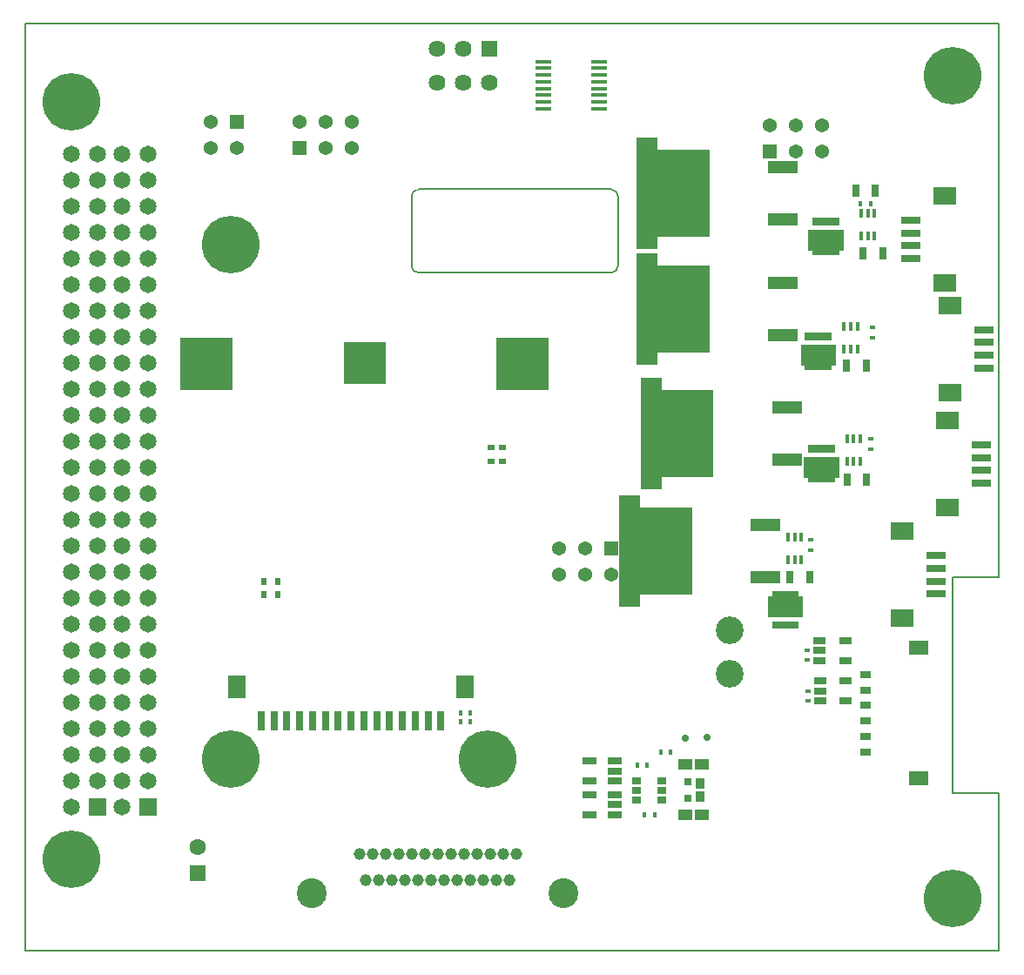
<source format=gbs>
G04*
G04 #@! TF.GenerationSoftware,Altium Limited,Altium Designer,18.1.9 (240)*
G04*
G04 Layer_Color=16711935*
%FSLAX44Y44*%
%MOMM*%
G71*
G01*
G75*
%ADD16C,0.1520*%
%ADD22R,0.8000X1.3000*%
%ADD25R,0.4500X0.6000*%
%ADD26R,0.4000X0.6000*%
%ADD27R,0.6000X0.8000*%
%ADD32R,0.6000X0.4000*%
%ADD40R,0.8000X0.6000*%
%ADD41R,0.6000X0.4500*%
%ADD51R,0.7000X1.3000*%
%ADD82R,0.8016X1.9016*%
%ADD83R,1.7016X2.3016*%
%ADD87C,0.7016*%
%ADD110R,1.9016X0.8016*%
%ADD111R,2.3016X1.7016*%
%ADD112R,1.3216X0.7016*%
%ADD125C,1.1684*%
%ADD126C,2.8956*%
%ADD127C,1.3716*%
%ADD128R,1.3716X1.3716*%
%ADD129R,1.6256X1.6256*%
%ADD130C,1.6256*%
%ADD131C,2.6924*%
%ADD132R,1.6516X1.6516*%
%ADD133C,1.6516*%
%ADD134C,0.1016*%
%ADD135C,1.6016*%
%ADD136R,1.6016X1.6016*%
%ADD137C,5.6016*%
%ADD177R,1.9016X0.6616*%
%ADD178R,0.6016X0.6616*%
%ADD179R,5.1816X5.1816*%
%ADD180R,4.0616X4.0616*%
%ADD181R,0.4516X0.9516*%
%ADD182R,2.9016X1.1516*%
%ADD183R,5.1816X8.4316*%
%ADD184R,2.0116X10.9016*%
%ADD185R,1.1016X0.7016*%
%ADD186R,1.9016X1.3516*%
%ADD187R,1.3116X0.6916*%
%ADD188R,1.5016X0.4516*%
%ADD189R,0.6516X0.6516*%
%ADD190R,0.8516X1.0016*%
%ADD191R,1.3516X1.0016*%
%ADD192R,0.9016X0.6516*%
G36*
X791625Y705890D02*
X785225D01*
Y712890D01*
X791625D01*
Y705890D01*
D02*
G37*
G36*
X785125D02*
X778725D01*
Y712890D01*
X785125D01*
Y705890D01*
D02*
G37*
G36*
X778625D02*
X772225D01*
Y712890D01*
X778625D01*
Y705890D01*
D02*
G37*
G36*
X772125D02*
X765725D01*
Y712890D01*
X772125D01*
Y705890D01*
D02*
G37*
G36*
X795693Y681482D02*
X791625D01*
Y676490D01*
X785225D01*
Y681482D01*
X785125D01*
Y676490D01*
X778725D01*
Y681482D01*
X778625D01*
Y676490D01*
X772225D01*
Y681482D01*
X772125D01*
Y676490D01*
X765725D01*
Y681482D01*
X761657D01*
Y701802D01*
X795693D01*
Y681482D01*
D02*
G37*
G36*
X784126Y594130D02*
X777726D01*
Y601130D01*
X784126D01*
Y594130D01*
D02*
G37*
G36*
X777626D02*
X771226D01*
Y601130D01*
X777626D01*
Y594130D01*
D02*
G37*
G36*
X771126D02*
X764726D01*
Y601130D01*
X771126D01*
Y594130D01*
D02*
G37*
G36*
X764626D02*
X758226D01*
Y601130D01*
X764626D01*
Y594130D01*
D02*
G37*
G36*
X788194Y569722D02*
X784126D01*
Y564730D01*
X777726D01*
Y569722D01*
X777626D01*
Y564730D01*
X771226D01*
Y569722D01*
X771126D01*
Y564730D01*
X764726D01*
Y569722D01*
X764626D01*
Y564730D01*
X758226D01*
Y569722D01*
X754158D01*
Y590042D01*
X788194D01*
Y569722D01*
D02*
G37*
G36*
X787376Y484910D02*
X780976D01*
Y491910D01*
X787376D01*
Y484910D01*
D02*
G37*
G36*
X780876D02*
X774476D01*
Y491910D01*
X780876D01*
Y484910D01*
D02*
G37*
G36*
X774376D02*
X767976D01*
Y491910D01*
X774376D01*
Y484910D01*
D02*
G37*
G36*
X767876D02*
X761476D01*
Y491910D01*
X767876D01*
Y484910D01*
D02*
G37*
G36*
X791444Y480085D02*
X791447Y480060D01*
Y461010D01*
X791444Y460985D01*
Y460502D01*
X790961D01*
X790936Y460499D01*
X787376D01*
Y455510D01*
X780976D01*
Y460499D01*
X780876D01*
Y455510D01*
X774476D01*
Y460499D01*
X774376D01*
Y455510D01*
X767976D01*
Y460499D01*
X767876D01*
Y455510D01*
X761476D01*
Y460499D01*
X757916D01*
X757891Y460502D01*
X757408D01*
Y460985D01*
X757406Y461010D01*
Y480060D01*
X757408Y480085D01*
Y480822D01*
X791444D01*
Y480085D01*
D02*
G37*
G36*
X752090Y344678D02*
X756158D01*
Y324358D01*
X722122D01*
Y344678D01*
X726190D01*
Y349670D01*
X732590D01*
Y344678D01*
X732690D01*
Y349670D01*
X739090D01*
Y344678D01*
X739190D01*
Y349670D01*
X745590D01*
Y344678D01*
X745690D01*
Y349670D01*
X752090D01*
Y344678D01*
D02*
G37*
G36*
X752090Y313270D02*
X745690D01*
Y320270D01*
X752090D01*
Y313270D01*
D02*
G37*
G36*
X745590D02*
X739190D01*
Y320270D01*
X745590D01*
Y313270D01*
D02*
G37*
G36*
X739090D02*
X732690D01*
Y320270D01*
X739090D01*
Y313270D01*
D02*
G37*
G36*
X732590D02*
X726190D01*
Y320270D01*
X732590D01*
Y313270D01*
D02*
G37*
D16*
X576580Y733724D02*
G03*
X569484Y740820I-7096J0D01*
G01*
X382680Y740820D02*
G03*
X375604Y733744I-0J-7076D01*
G01*
X375604Y666558D02*
G03*
X382642Y659520I7038J0D01*
G01*
X569299Y659520D02*
G03*
X576580Y666801I0J7281D01*
G01*
X382680Y740820D02*
X569484Y740820D01*
X375604Y733744D02*
X375604Y666558D01*
X382642Y659520D02*
X569299Y659520D01*
X576580Y666801D02*
X576580Y733724D01*
X946658Y363220D02*
Y901700D01*
X0D02*
X946658D01*
X0Y0D02*
Y901700D01*
Y0D02*
X946658D01*
Y153670D01*
X901700D02*
X946658D01*
X901700D02*
Y363220D01*
X946658D01*
D22*
X807637Y739140D02*
D03*
X826637D02*
D03*
D25*
X612060Y132740D02*
D03*
X602060D02*
D03*
X822440Y726440D02*
D03*
X812440D02*
D03*
D26*
X432364Y231140D02*
D03*
X423364D02*
D03*
Y223018D02*
D03*
X432364D02*
D03*
X618451Y193040D02*
D03*
X627452D02*
D03*
X604369Y180340D02*
D03*
X595369D02*
D03*
D27*
X231760Y346964D02*
D03*
X245760D02*
D03*
X231760Y359710D02*
D03*
X245760D02*
D03*
D32*
X761238Y243658D02*
D03*
Y252658D02*
D03*
X760730Y283303D02*
D03*
Y292303D02*
D03*
D40*
X453000Y490059D02*
D03*
Y476059D02*
D03*
X464258Y490059D02*
D03*
Y476059D02*
D03*
D41*
X763539Y400144D02*
D03*
Y390144D02*
D03*
X821999Y498251D02*
D03*
Y488251D02*
D03*
X823663Y606622D02*
D03*
Y596622D02*
D03*
D51*
X743864Y363220D02*
D03*
X762864D02*
D03*
X799384Y458678D02*
D03*
X818384D02*
D03*
X814984Y678180D02*
D03*
X833984D02*
D03*
X798736Y568960D02*
D03*
X817736D02*
D03*
D82*
X404364Y224000D02*
D03*
X391864D02*
D03*
X366864D02*
D03*
X379364D02*
D03*
X329364D02*
D03*
X316864D02*
D03*
X341864D02*
D03*
X354364D02*
D03*
X291864D02*
D03*
X304364D02*
D03*
X241864D02*
D03*
X229364D02*
D03*
X279364D02*
D03*
X254364D02*
D03*
X266864D02*
D03*
D83*
X427864Y257000D02*
D03*
X205864D02*
D03*
D87*
X641800Y207200D02*
D03*
X663100Y208100D02*
D03*
D110*
X885698Y359710D02*
D03*
Y347210D02*
D03*
Y372210D02*
D03*
Y384710D02*
D03*
X929640Y467360D02*
D03*
Y454860D02*
D03*
Y479860D02*
D03*
Y492360D02*
D03*
X932180Y579320D02*
D03*
Y566820D02*
D03*
Y591820D02*
D03*
Y604320D02*
D03*
X860806Y698300D02*
D03*
Y710800D02*
D03*
Y685800D02*
D03*
Y673300D02*
D03*
D111*
X852698Y408210D02*
D03*
Y323710D02*
D03*
X896640Y515860D02*
D03*
Y431360D02*
D03*
X899180Y627820D02*
D03*
Y543320D02*
D03*
X893806Y649800D02*
D03*
Y734300D02*
D03*
D112*
X548504Y151740D02*
D03*
Y132740D02*
D03*
X573404D02*
D03*
Y142240D02*
D03*
Y151740D02*
D03*
X548504Y184680D02*
D03*
Y165680D02*
D03*
X573404D02*
D03*
Y175180D02*
D03*
Y184680D02*
D03*
D125*
X331154Y68800D02*
D03*
X343854D02*
D03*
X356554D02*
D03*
X369254D02*
D03*
X381954D02*
D03*
X394654D02*
D03*
X407354D02*
D03*
X420054D02*
D03*
X432754D02*
D03*
X445454D02*
D03*
X458154D02*
D03*
X470854D02*
D03*
X324804Y94200D02*
D03*
X337504D02*
D03*
X350204D02*
D03*
X362904D02*
D03*
X375604D02*
D03*
X388304D02*
D03*
X401004D02*
D03*
X413704D02*
D03*
X426404D02*
D03*
X439104D02*
D03*
X451804D02*
D03*
X464504D02*
D03*
X477204D02*
D03*
D126*
X523559Y56100D02*
D03*
X278449D02*
D03*
D127*
X774700Y777973D02*
D03*
Y803373D02*
D03*
X749300Y777973D02*
D03*
Y803373D02*
D03*
X723900D02*
D03*
X180340Y806573D02*
D03*
Y781173D02*
D03*
X205740D02*
D03*
X266534Y806573D02*
D03*
X291934D02*
D03*
Y781173D02*
D03*
X317334Y806573D02*
D03*
Y781173D02*
D03*
X518964Y391160D02*
D03*
Y365760D02*
D03*
X544364Y391160D02*
D03*
Y365760D02*
D03*
X569764D02*
D03*
D128*
X723900Y777973D02*
D03*
X205740Y806573D02*
D03*
X266534Y781173D02*
D03*
X569764Y391160D02*
D03*
D129*
X451104Y877570D02*
D03*
D130*
X425704D02*
D03*
X400304D02*
D03*
X451104Y844550D02*
D03*
X425704D02*
D03*
X400304D02*
D03*
D131*
X684850Y311590D02*
D03*
Y269680D02*
D03*
D132*
X70104Y139800D02*
D03*
X119604D02*
D03*
D133*
X70104Y165200D02*
D03*
Y190600D02*
D03*
Y216000D02*
D03*
Y241400D02*
D03*
Y266800D02*
D03*
Y292200D02*
D03*
Y317600D02*
D03*
Y343000D02*
D03*
Y368400D02*
D03*
Y393800D02*
D03*
Y419200D02*
D03*
Y444600D02*
D03*
Y470000D02*
D03*
Y495400D02*
D03*
Y520800D02*
D03*
Y546200D02*
D03*
Y571600D02*
D03*
Y597000D02*
D03*
Y622400D02*
D03*
Y647800D02*
D03*
Y673200D02*
D03*
Y698600D02*
D03*
Y724000D02*
D03*
Y749400D02*
D03*
Y774800D02*
D03*
X44704Y139800D02*
D03*
Y165200D02*
D03*
Y190600D02*
D03*
Y216000D02*
D03*
Y241400D02*
D03*
Y266800D02*
D03*
Y292200D02*
D03*
Y317600D02*
D03*
Y343000D02*
D03*
Y368400D02*
D03*
Y393800D02*
D03*
Y419200D02*
D03*
Y444600D02*
D03*
Y470000D02*
D03*
Y495400D02*
D03*
Y520800D02*
D03*
Y546200D02*
D03*
Y571600D02*
D03*
Y597000D02*
D03*
Y622400D02*
D03*
Y647800D02*
D03*
Y673200D02*
D03*
Y698600D02*
D03*
Y724000D02*
D03*
Y749400D02*
D03*
Y774800D02*
D03*
X119604Y165200D02*
D03*
Y190600D02*
D03*
Y216000D02*
D03*
Y241400D02*
D03*
Y266800D02*
D03*
Y292200D02*
D03*
Y317600D02*
D03*
Y343000D02*
D03*
Y368400D02*
D03*
Y393800D02*
D03*
Y419200D02*
D03*
Y444600D02*
D03*
Y470000D02*
D03*
Y495400D02*
D03*
Y520800D02*
D03*
Y546200D02*
D03*
Y571600D02*
D03*
Y597000D02*
D03*
Y622400D02*
D03*
Y647800D02*
D03*
Y673200D02*
D03*
Y698600D02*
D03*
Y724000D02*
D03*
Y749400D02*
D03*
Y774800D02*
D03*
X94204Y139800D02*
D03*
Y165200D02*
D03*
Y190600D02*
D03*
Y216000D02*
D03*
Y241400D02*
D03*
Y266800D02*
D03*
Y292200D02*
D03*
Y317600D02*
D03*
Y343000D02*
D03*
Y368400D02*
D03*
Y393800D02*
D03*
Y419200D02*
D03*
Y444600D02*
D03*
Y470000D02*
D03*
Y495400D02*
D03*
Y520800D02*
D03*
Y546200D02*
D03*
Y571600D02*
D03*
Y597000D02*
D03*
Y622400D02*
D03*
Y647800D02*
D03*
Y673200D02*
D03*
Y698600D02*
D03*
Y724000D02*
D03*
Y749400D02*
D03*
Y774800D02*
D03*
D134*
X328900Y608900D02*
D03*
Y544900D02*
D03*
D135*
X167864Y101384D02*
D03*
D136*
Y75984D02*
D03*
D137*
X902004Y50800D02*
D03*
Y850900D02*
D03*
X200000Y186700D02*
D03*
X450000D02*
D03*
X200000Y686700D02*
D03*
X44704Y825500D02*
D03*
Y88900D02*
D03*
D177*
X771176Y488410D02*
D03*
D178*
X764676Y459010D02*
D03*
X771176D02*
D03*
X777676D02*
D03*
X784176D02*
D03*
Y488410D02*
D03*
X768925Y709390D02*
D03*
X775425D02*
D03*
X781925D02*
D03*
X788425D02*
D03*
Y679990D02*
D03*
X781925D02*
D03*
X775425D02*
D03*
X768925D02*
D03*
X761426Y597630D02*
D03*
X767926D02*
D03*
X774426D02*
D03*
X780926D02*
D03*
Y568230D02*
D03*
X774426D02*
D03*
X767926D02*
D03*
X761426D02*
D03*
X748890Y316770D02*
D03*
X742390D02*
D03*
X735890D02*
D03*
X729390D02*
D03*
Y346170D02*
D03*
X735890D02*
D03*
X742390D02*
D03*
X748890D02*
D03*
D179*
X483850Y570990D02*
D03*
X176550D02*
D03*
D180*
X330200Y571500D02*
D03*
D181*
X812904Y717120D02*
D03*
X819404D02*
D03*
X825904D02*
D03*
Y695120D02*
D03*
X819404D02*
D03*
X812904D02*
D03*
X741764Y380732D02*
D03*
X748264D02*
D03*
X754764D02*
D03*
Y402732D02*
D03*
X748264D02*
D03*
X741764D02*
D03*
X799084Y476331D02*
D03*
X805584D02*
D03*
X812084D02*
D03*
Y498331D02*
D03*
X805584D02*
D03*
X799084D02*
D03*
X796296Y585210D02*
D03*
X802796D02*
D03*
X809296D02*
D03*
Y607210D02*
D03*
X802796D02*
D03*
X796296D02*
D03*
D182*
X720152Y414020D02*
D03*
Y363220D02*
D03*
X737104Y711200D02*
D03*
Y762000D02*
D03*
Y599368D02*
D03*
Y650168D02*
D03*
X740664Y477709D02*
D03*
Y528509D02*
D03*
D183*
X622952Y388620D02*
D03*
X639904Y736600D02*
D03*
Y624768D02*
D03*
X643464Y503109D02*
D03*
D184*
X588002Y388620D02*
D03*
X604954Y736600D02*
D03*
Y624768D02*
D03*
X608514Y503109D02*
D03*
D185*
X816872Y268760D02*
D03*
Y253760D02*
D03*
Y238760D02*
D03*
Y223760D02*
D03*
Y193760D02*
D03*
Y208760D02*
D03*
D186*
X868772Y294810D02*
D03*
Y167710D02*
D03*
D187*
X797788Y243460D02*
D03*
Y262460D02*
D03*
X772688D02*
D03*
Y252960D02*
D03*
Y243460D02*
D03*
X797468Y282620D02*
D03*
Y301620D02*
D03*
X772368D02*
D03*
Y292120D02*
D03*
Y282620D02*
D03*
D188*
X557744Y864983D02*
D03*
Y858483D02*
D03*
Y851983D02*
D03*
Y845483D02*
D03*
Y838983D02*
D03*
Y832483D02*
D03*
Y825983D02*
D03*
Y819483D02*
D03*
X503744Y864983D02*
D03*
Y858483D02*
D03*
Y851983D02*
D03*
Y845483D02*
D03*
Y838983D02*
D03*
Y832483D02*
D03*
Y825983D02*
D03*
Y819483D02*
D03*
D189*
X644001Y164630D02*
D03*
Y148630D02*
D03*
D190*
X656002Y162880D02*
D03*
Y150380D02*
D03*
D191*
X641751Y181180D02*
D03*
X658251D02*
D03*
X641751Y132080D02*
D03*
X658251D02*
D03*
D192*
X618781Y156108D02*
D03*
Y165608D02*
D03*
Y146608D02*
D03*
X594781D02*
D03*
Y165608D02*
D03*
Y156108D02*
D03*
M02*

</source>
